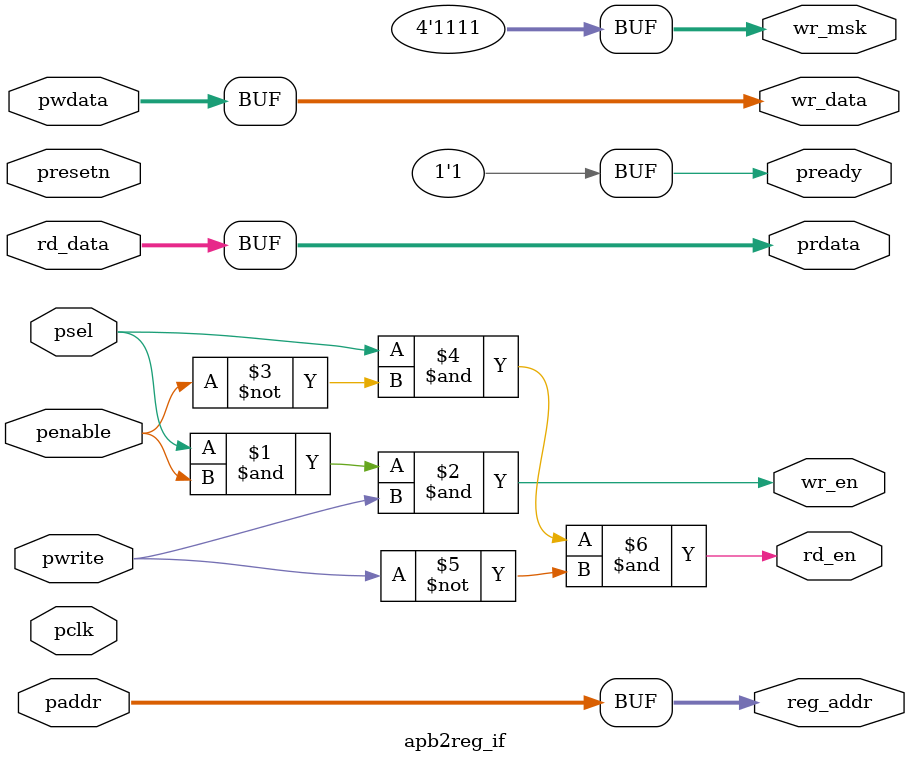
<source format=v>
module apb2reg_if (
    input         pclk,
    input         presetn,
    input         psel,
    input         penable,
    input         pwrite,
    input  [11:0] paddr,
    input  [31:0] pwdata,
    output [31:0] prdata,
    output        pready,

    // reg_if
    output [11:0] reg_addr,
    output        wr_en,
    output        rd_en,
    output [3:0]  wr_msk,
    output [31:0] wr_data,
    input  [31:0] rd_data
);

assign wr_en = psel & penable & pwrite;
assign rd_en = psel & ~penable & ~pwrite;
assign reg_addr = paddr;
assign wr_msk   = 4'b1111;
assign wr_data  = pwdata;
assign prdata = rd_data;
assign pready = 1'b1; // no wait states

endmodule
</source>
